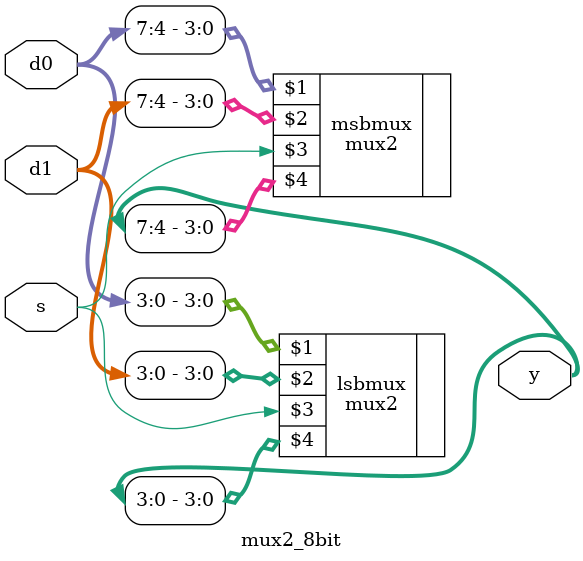
<source format=sv>
module mux2_8bit(input logic [7:0] d0, d1,
					  input logic s,
					  output logic [7:0] y);
				
	mux2 lsbmux(d0[3:0], d1[3:0], s, y[3:0]);
	mux2 msbmux(d0[7:4], d1[7:4], s, y[7:4]);
	
endmodule
</source>
